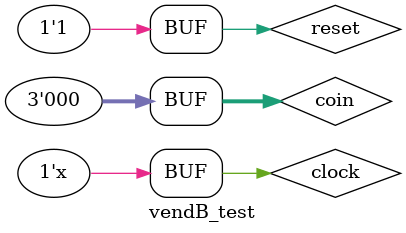
<source format=v>
module vendB(clock,reset,coin,vend,state,change);
input clock;
input reset;
input [2:0]coin;
output vend;
output [3:0]state;
output [2:0]change;

reg vend;
reg [2:0]change;
wire [2:0]coin;

parameter [2:0]TEN=3'b001;
parameter [2:0]TWENTY=3'b010;
parameter [2:0]FIFTY=3'b101;

parameter [3:0]IDLE=4'b0000;
parameter [3:0]S10=4'b0001;
parameter [3:0]S20=4'b0010;
parameter [3:0]S30=4'b0011;
parameter [3:0]S40=4'b0100;
parameter [3:0]S50=4'b0101;
parameter [3:0]S60=4'b0110;
parameter [3:0]S70=4'b0111;
parameter [3:0]S80=4'b1000;
parameter [3:0]S90=4'b1001;
parameter [3:0]S100=4'b1010;
parameter [3:0]S110=4'b1011;
parameter [3:0]S120=4'b1100;

reg [3:0]state,next_state;

always @(state or coin)
begin
next_state=0;
case(state)
IDLE: case(coin) 
TEN: next_state=S10;
TWENTY: next_state=S20;
FIFTY: next_state=S50;
default: next_state=IDLE;
endcase
S10: case(coin) 
TEN: next_state=S20;
TWENTY: next_state=S30;
FIFTY: next_state=S60;
default: next_state=S10;
endcase
S20: case(coin) 
TEN: next_state=S30;
TWENTY: next_state=S40;
FIFTY: next_state=S70;
default: next_state=S20;
endcase
S30: case(coin) 
TEN: next_state=S40;
TWENTY: next_state=S50;
FIFTY: next_state=S80;
default: next_state=S30;
endcase
S40: case(coin) 
TEN: next_state=S50;
TWENTY: next_state=S60;
FIFTY: next_state=S90;
default: next_state=S40;
endcase
S50: case(coin) 
TEN: next_state=S60;
TWENTY: next_state=S70;
FIFTY: next_state=S100;
default: next_state=S50;
endcase
S60: case(coin) 
TEN: next_state=S70;
TWENTY: next_state=S80;
FIFTY: next_state=S110;
default: next_state=IDLE;
endcase
S70: case(coin) 
TEN: next_state=S80;
TWENTY: next_state=S90;
FIFTY: next_state=S120;
default: next_state=IDLE;
endcase
S80: begin
vend <= 1'b1;
change <= 3'd0;
#2;
next_state=IDLE;
end
S90: begin
vend <= 1'b1;
change <= 3'd1;
#2;
next_state=IDLE;
end
S100: begin
vend <= 1'b1;
change <= 3'd2;
#2;
next_state=IDLE;
end
S110: begin
vend <= 1'b1;
change <= 3'd3;
#2;
next_state=IDLE;
end
S120: begin
vend = 1'b1;
change = 3'd4;
#2;
next_state=IDLE;
end
default: next_state=IDLE;
endcase
end

always@(clock)
begin
if(reset) begin
case(state)
IDLE: change<= 3'd0;
S10: change<= 3'd1;
S20: change<= 3'd2;
S30: change<= 3'd3;
S40: change<= 3'd4;
S50: change<= 3'd5;
S60: change<= 3'd6;
S70: change<= 3'd7;
default: change<= 3'd0;
endcase 
state <= IDLE;
vend <= 1'b0;
change <= 3'd0;
end
else state <= next_state;
end
endmodule

//testbench code
module vendB_test;

reg clock,reset;
reg [2:0]coin;

wire vend;
wire [3:0]state;
wire [2:0]change;

parameter [3:0]IDLE=4'b0000;
parameter [3:0]S10=4'b0001;
parameter [3:0]S20=4'b0010;
parameter [3:0]S30=4'b0011;
parameter [3:0]S40=4'b0100;
parameter [3:0]S50=4'b0101;
parameter [3:0]S60=4'b0110;
parameter [3:0]S70=4'b0111;
parameter [3:0]S80=4'b1000;
parameter [3:0]S90=4'b1001;
parameter [3:0]S100=4'b1010;
parameter [3:0]S110=4'b1011;
parameter [3:0]S120=4'b1100;

parameter [2:0]TEN=3'b001;
parameter [2:0]TWENTY=3'b010;
parameter [2:0]FIFTY=3'b101;

vendB ex1(clock,reset,coin,vend,state,change);

initial begin

$dumpvars; $dumpfile("file.vcd");

clock=0;
reset=1; //FIRST LETS RESET THE MACHINE
#2 reset=0;
coin=TEN; //CHECK FOR STATE 1
#2 reset=1; coin=2'b00;
#2 reset=0;
coin=TWENTY;
//RESET AGAIN AND CHECK FOR STATE 2
#2 reset=1; coin=2'b00;
#2 reset=0;
//RESET AGAIN AND CHECK FOR STATE 5
coin=FIFTY;
#2 reset=1; coin=2'b00;
#2 reset=0;
//RESET AGAIN AND CHECK FOR STATE 5
coin=TEN;
#2 coin=TEN;
#2 coin=TEN;
#2 coin=TEN;
#2 coin=TEN;
#2 reset=1; coin=2'b00;
#2 reset=0;
//RESET AGAIN AND CHECK FOR STATE 5 AND SO ON
coin=TEN;
#2 coin=TWENTY;
#2 coin=TWENTY;
#2 reset=1; coin=2'b00;
#2 reset=0;
coin=TEN;
#2 coin=TWENTY;
#2 coin=FIFTY;
#2 reset=1; coin=2'b00;
#2 reset=0;
coin=TEN;
#2 coin=TEN;
#2 coin=TEN;
#2 coin=TWENTY;
#2 reset=1; coin=2'b00;
#2 reset=0;
coin=TEN;
#2 coin=TEN;
#2 coin=TEN;
#2 coin=TEN;
#2 coin=TWENTY;
#2 reset=1; coin=2'b00;
#2 reset=0;
coin=TEN;
#2 coin=TEN;
#2 coin=FIFTY;#2 reset=1; coin=2'b00;
#2 reset=0;
coin=TEN;
#2 coin=FIFTY;
#2 reset=1; coin=2'b00;end

always
#1 clock=~clock;

initial begin
if (reset)
coin=2'b00;
end

endmodule

</source>
